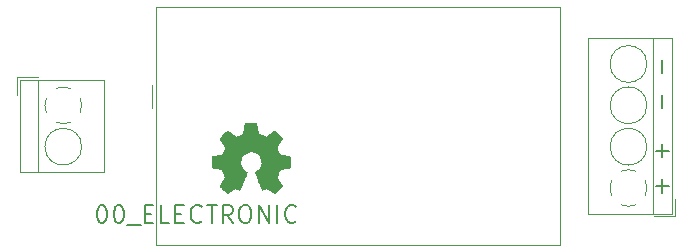
<source format=gbr>
G04 #@! TF.GenerationSoftware,KiCad,Pcbnew,5.1.5-52549c5~86~ubuntu18.04.1*
G04 #@! TF.CreationDate,2020-09-06T17:41:57-05:00*
G04 #@! TF.ProjectId,D00,4430302e-6b69-4636-9164-5f7063625858,rev?*
G04 #@! TF.SameCoordinates,Original*
G04 #@! TF.FileFunction,Legend,Top*
G04 #@! TF.FilePolarity,Positive*
%FSLAX46Y46*%
G04 Gerber Fmt 4.6, Leading zero omitted, Abs format (unit mm)*
G04 Created by KiCad (PCBNEW 5.1.5-52549c5~86~ubuntu18.04.1) date 2020-09-06 17:41:57*
%MOMM*%
%LPD*%
G04 APERTURE LIST*
%ADD10C,0.150000*%
%ADD11C,0.010000*%
%ADD12C,0.120000*%
G04 APERTURE END LIST*
D10*
X74960942Y-39628057D02*
X74960942Y-38485200D01*
X75532371Y-39056628D02*
X74389514Y-39056628D01*
X74960942Y-36628057D02*
X74960942Y-35485200D01*
X75532371Y-36056628D02*
X74389514Y-36056628D01*
X74960942Y-32485200D02*
X74960942Y-31342342D01*
X74960942Y-29485200D02*
X74960942Y-28342342D01*
X27437771Y-40682171D02*
X27580628Y-40682171D01*
X27723485Y-40753600D01*
X27794914Y-40825028D01*
X27866342Y-40967885D01*
X27937771Y-41253600D01*
X27937771Y-41610742D01*
X27866342Y-41896457D01*
X27794914Y-42039314D01*
X27723485Y-42110742D01*
X27580628Y-42182171D01*
X27437771Y-42182171D01*
X27294914Y-42110742D01*
X27223485Y-42039314D01*
X27152057Y-41896457D01*
X27080628Y-41610742D01*
X27080628Y-41253600D01*
X27152057Y-40967885D01*
X27223485Y-40825028D01*
X27294914Y-40753600D01*
X27437771Y-40682171D01*
X28866342Y-40682171D02*
X29009200Y-40682171D01*
X29152057Y-40753600D01*
X29223485Y-40825028D01*
X29294914Y-40967885D01*
X29366342Y-41253600D01*
X29366342Y-41610742D01*
X29294914Y-41896457D01*
X29223485Y-42039314D01*
X29152057Y-42110742D01*
X29009200Y-42182171D01*
X28866342Y-42182171D01*
X28723485Y-42110742D01*
X28652057Y-42039314D01*
X28580628Y-41896457D01*
X28509200Y-41610742D01*
X28509200Y-41253600D01*
X28580628Y-40967885D01*
X28652057Y-40825028D01*
X28723485Y-40753600D01*
X28866342Y-40682171D01*
X29652057Y-42325028D02*
X30794914Y-42325028D01*
X31152057Y-41396457D02*
X31652057Y-41396457D01*
X31866342Y-42182171D02*
X31152057Y-42182171D01*
X31152057Y-40682171D01*
X31866342Y-40682171D01*
X33223485Y-42182171D02*
X32509200Y-42182171D01*
X32509200Y-40682171D01*
X33723485Y-41396457D02*
X34223485Y-41396457D01*
X34437771Y-42182171D02*
X33723485Y-42182171D01*
X33723485Y-40682171D01*
X34437771Y-40682171D01*
X35937771Y-42039314D02*
X35866342Y-42110742D01*
X35652057Y-42182171D01*
X35509200Y-42182171D01*
X35294914Y-42110742D01*
X35152057Y-41967885D01*
X35080628Y-41825028D01*
X35009200Y-41539314D01*
X35009200Y-41325028D01*
X35080628Y-41039314D01*
X35152057Y-40896457D01*
X35294914Y-40753600D01*
X35509200Y-40682171D01*
X35652057Y-40682171D01*
X35866342Y-40753600D01*
X35937771Y-40825028D01*
X36366342Y-40682171D02*
X37223485Y-40682171D01*
X36794914Y-42182171D02*
X36794914Y-40682171D01*
X38580628Y-42182171D02*
X38080628Y-41467885D01*
X37723485Y-42182171D02*
X37723485Y-40682171D01*
X38294914Y-40682171D01*
X38437771Y-40753600D01*
X38509200Y-40825028D01*
X38580628Y-40967885D01*
X38580628Y-41182171D01*
X38509200Y-41325028D01*
X38437771Y-41396457D01*
X38294914Y-41467885D01*
X37723485Y-41467885D01*
X39509200Y-40682171D02*
X39794914Y-40682171D01*
X39937771Y-40753600D01*
X40080628Y-40896457D01*
X40152057Y-41182171D01*
X40152057Y-41682171D01*
X40080628Y-41967885D01*
X39937771Y-42110742D01*
X39794914Y-42182171D01*
X39509200Y-42182171D01*
X39366342Y-42110742D01*
X39223485Y-41967885D01*
X39152057Y-41682171D01*
X39152057Y-41182171D01*
X39223485Y-40896457D01*
X39366342Y-40753600D01*
X39509200Y-40682171D01*
X40794914Y-42182171D02*
X40794914Y-40682171D01*
X41652057Y-42182171D01*
X41652057Y-40682171D01*
X42366342Y-42182171D02*
X42366342Y-40682171D01*
X43937771Y-42039314D02*
X43866342Y-42110742D01*
X43652057Y-42182171D01*
X43509200Y-42182171D01*
X43294914Y-42110742D01*
X43152057Y-41967885D01*
X43080628Y-41825028D01*
X43009200Y-41539314D01*
X43009200Y-41325028D01*
X43080628Y-41039314D01*
X43152057Y-40896457D01*
X43294914Y-40753600D01*
X43509200Y-40682171D01*
X43652057Y-40682171D01*
X43866342Y-40753600D01*
X43937771Y-40825028D01*
D11*
G36*
X40662414Y-34171931D02*
G01*
X40746235Y-34616555D01*
X41055520Y-34744053D01*
X41364806Y-34871551D01*
X41735846Y-34619246D01*
X41839757Y-34548996D01*
X41933687Y-34486272D01*
X42013252Y-34433938D01*
X42074070Y-34394857D01*
X42111757Y-34371893D01*
X42122021Y-34366942D01*
X42140510Y-34379676D01*
X42180020Y-34414882D01*
X42236122Y-34468062D01*
X42304387Y-34534718D01*
X42380386Y-34610354D01*
X42459692Y-34690472D01*
X42537875Y-34770574D01*
X42610507Y-34846164D01*
X42673159Y-34912745D01*
X42721403Y-34965818D01*
X42750810Y-35000887D01*
X42757841Y-35012623D01*
X42747723Y-35034260D01*
X42719359Y-35081662D01*
X42675729Y-35150193D01*
X42619818Y-35235215D01*
X42554606Y-35332093D01*
X42516819Y-35387350D01*
X42447943Y-35488248D01*
X42386740Y-35579299D01*
X42336178Y-35655970D01*
X42299228Y-35713728D01*
X42278858Y-35748043D01*
X42275797Y-35755254D01*
X42282736Y-35775748D01*
X42301651Y-35823513D01*
X42329687Y-35891832D01*
X42363991Y-35973989D01*
X42401709Y-36063270D01*
X42439987Y-36152958D01*
X42475970Y-36236338D01*
X42506806Y-36306694D01*
X42529639Y-36357310D01*
X42541617Y-36381471D01*
X42542324Y-36382422D01*
X42561131Y-36387036D01*
X42611218Y-36397328D01*
X42687393Y-36412287D01*
X42784465Y-36430901D01*
X42897243Y-36452159D01*
X42963042Y-36464418D01*
X43083550Y-36487362D01*
X43192397Y-36509195D01*
X43284076Y-36528722D01*
X43353081Y-36544748D01*
X43393904Y-36556079D01*
X43402111Y-36559674D01*
X43410148Y-36584006D01*
X43416633Y-36638959D01*
X43421570Y-36718108D01*
X43424964Y-36815026D01*
X43426818Y-36923287D01*
X43427138Y-37036465D01*
X43425927Y-37148135D01*
X43423190Y-37251868D01*
X43418931Y-37341241D01*
X43413155Y-37409826D01*
X43405867Y-37451197D01*
X43401495Y-37459810D01*
X43375364Y-37470133D01*
X43319993Y-37484892D01*
X43242707Y-37502352D01*
X43150830Y-37520780D01*
X43118758Y-37526741D01*
X42964124Y-37555066D01*
X42841975Y-37577876D01*
X42748273Y-37596080D01*
X42678984Y-37610583D01*
X42630071Y-37622292D01*
X42597497Y-37632115D01*
X42577228Y-37640956D01*
X42565226Y-37649724D01*
X42563547Y-37651457D01*
X42546784Y-37679371D01*
X42521214Y-37733695D01*
X42489388Y-37807777D01*
X42453860Y-37894965D01*
X42417183Y-37988608D01*
X42381911Y-38082052D01*
X42350596Y-38168647D01*
X42325793Y-38241740D01*
X42310054Y-38294678D01*
X42305932Y-38320811D01*
X42306276Y-38321726D01*
X42320241Y-38343086D01*
X42351922Y-38390084D01*
X42397991Y-38457827D01*
X42455118Y-38541423D01*
X42519973Y-38635982D01*
X42538443Y-38662854D01*
X42604299Y-38760275D01*
X42662250Y-38849163D01*
X42709138Y-38924412D01*
X42741807Y-38980920D01*
X42757100Y-39013581D01*
X42757841Y-39017593D01*
X42744992Y-39038684D01*
X42709488Y-39080464D01*
X42655893Y-39138445D01*
X42588771Y-39208135D01*
X42512687Y-39285045D01*
X42432204Y-39364683D01*
X42351887Y-39442561D01*
X42276299Y-39514186D01*
X42210005Y-39575070D01*
X42157569Y-39620721D01*
X42123555Y-39646650D01*
X42114145Y-39650883D01*
X42092243Y-39640912D01*
X42047400Y-39614020D01*
X41986921Y-39574736D01*
X41940389Y-39543117D01*
X41856075Y-39485098D01*
X41756226Y-39416784D01*
X41656073Y-39348579D01*
X41602227Y-39312075D01*
X41419971Y-39188800D01*
X41266981Y-39271520D01*
X41197282Y-39307759D01*
X41138014Y-39335926D01*
X41097911Y-39351991D01*
X41087703Y-39354226D01*
X41075429Y-39337722D01*
X41051213Y-39291082D01*
X41016863Y-39218609D01*
X40974188Y-39124606D01*
X40924994Y-39013374D01*
X40871090Y-38889215D01*
X40814284Y-38756432D01*
X40756382Y-38619327D01*
X40699193Y-38482202D01*
X40644524Y-38349358D01*
X40594184Y-38225098D01*
X40549980Y-38113725D01*
X40513719Y-38019539D01*
X40487209Y-37946844D01*
X40472258Y-37899941D01*
X40469854Y-37883833D01*
X40488911Y-37863286D01*
X40530636Y-37829933D01*
X40586306Y-37790702D01*
X40590978Y-37787599D01*
X40734864Y-37672423D01*
X40850883Y-37538053D01*
X40938030Y-37388784D01*
X40995299Y-37228913D01*
X41021686Y-37062737D01*
X41016185Y-36894552D01*
X40977790Y-36728655D01*
X40905495Y-36569342D01*
X40884226Y-36534487D01*
X40773596Y-36393737D01*
X40642902Y-36280714D01*
X40496664Y-36196003D01*
X40339408Y-36140194D01*
X40175657Y-36113874D01*
X40009933Y-36117630D01*
X39846762Y-36152050D01*
X39690665Y-36217723D01*
X39546167Y-36315235D01*
X39501469Y-36354813D01*
X39387712Y-36478703D01*
X39304818Y-36609124D01*
X39247956Y-36755315D01*
X39216287Y-36900088D01*
X39208469Y-37062860D01*
X39234538Y-37226440D01*
X39291845Y-37385298D01*
X39377744Y-37533906D01*
X39489586Y-37666735D01*
X39624723Y-37778256D01*
X39642483Y-37790011D01*
X39698750Y-37828508D01*
X39741523Y-37861863D01*
X39761972Y-37883160D01*
X39762269Y-37883833D01*
X39757879Y-37906871D01*
X39740476Y-37959157D01*
X39711868Y-38036390D01*
X39673865Y-38134268D01*
X39628274Y-38248491D01*
X39576903Y-38374758D01*
X39521562Y-38508767D01*
X39464058Y-38646218D01*
X39406201Y-38782808D01*
X39349798Y-38914237D01*
X39296658Y-39036205D01*
X39248590Y-39144409D01*
X39207401Y-39234549D01*
X39174901Y-39302323D01*
X39152897Y-39343430D01*
X39144036Y-39354226D01*
X39116960Y-39345819D01*
X39066297Y-39323272D01*
X39000783Y-39290613D01*
X38964759Y-39271520D01*
X38811768Y-39188800D01*
X38629512Y-39312075D01*
X38536475Y-39375228D01*
X38434615Y-39444727D01*
X38339162Y-39510165D01*
X38291350Y-39543117D01*
X38224105Y-39588273D01*
X38167164Y-39624057D01*
X38127954Y-39645938D01*
X38115219Y-39650563D01*
X38096683Y-39638085D01*
X38055659Y-39603252D01*
X37996125Y-39549678D01*
X37922058Y-39480983D01*
X37837435Y-39400781D01*
X37783915Y-39349286D01*
X37690281Y-39257286D01*
X37609359Y-39174999D01*
X37544423Y-39105945D01*
X37498742Y-39053644D01*
X37475589Y-39021616D01*
X37473368Y-39015116D01*
X37483676Y-38990394D01*
X37512161Y-38940405D01*
X37555663Y-38870212D01*
X37611023Y-38784875D01*
X37675080Y-38689456D01*
X37693297Y-38662854D01*
X37759673Y-38566167D01*
X37819222Y-38479117D01*
X37868616Y-38406595D01*
X37904525Y-38353493D01*
X37923619Y-38324703D01*
X37925464Y-38321726D01*
X37922705Y-38298782D01*
X37908062Y-38248336D01*
X37884087Y-38177041D01*
X37853334Y-38091547D01*
X37818356Y-37998507D01*
X37781707Y-37904574D01*
X37745939Y-37816399D01*
X37713606Y-37740634D01*
X37687262Y-37683931D01*
X37669458Y-37652943D01*
X37668193Y-37651457D01*
X37657306Y-37642601D01*
X37638918Y-37633843D01*
X37608994Y-37624277D01*
X37563497Y-37612996D01*
X37498391Y-37599093D01*
X37409639Y-37581663D01*
X37293207Y-37559798D01*
X37145058Y-37532591D01*
X37112982Y-37526741D01*
X37017914Y-37508374D01*
X36935035Y-37490405D01*
X36871670Y-37474569D01*
X36835142Y-37462600D01*
X36830244Y-37459810D01*
X36822173Y-37435072D01*
X36815613Y-37379790D01*
X36810567Y-37300389D01*
X36807041Y-37203296D01*
X36805039Y-37094938D01*
X36804564Y-36981740D01*
X36805623Y-36870128D01*
X36808218Y-36766529D01*
X36812354Y-36677368D01*
X36818037Y-36609072D01*
X36825269Y-36568066D01*
X36829629Y-36559674D01*
X36853902Y-36551208D01*
X36909174Y-36537435D01*
X36989938Y-36519550D01*
X37090688Y-36498748D01*
X37205917Y-36476223D01*
X37268698Y-36464418D01*
X37387813Y-36442151D01*
X37494035Y-36421979D01*
X37582173Y-36404915D01*
X37647034Y-36391969D01*
X37683426Y-36384155D01*
X37689416Y-36382422D01*
X37699539Y-36362890D01*
X37720938Y-36315843D01*
X37750761Y-36248003D01*
X37786155Y-36166091D01*
X37824268Y-36076828D01*
X37862247Y-35986935D01*
X37897240Y-35903135D01*
X37926394Y-35832147D01*
X37946857Y-35780694D01*
X37955777Y-35755497D01*
X37955943Y-35754396D01*
X37945831Y-35734519D01*
X37917483Y-35688777D01*
X37873877Y-35621717D01*
X37817994Y-35537884D01*
X37752813Y-35441826D01*
X37714921Y-35386650D01*
X37645875Y-35285481D01*
X37584550Y-35193630D01*
X37533937Y-35115744D01*
X37497029Y-35056469D01*
X37476818Y-35020451D01*
X37473899Y-35012377D01*
X37486447Y-34993584D01*
X37521137Y-34953457D01*
X37573537Y-34896493D01*
X37639216Y-34827185D01*
X37713744Y-34750031D01*
X37792687Y-34669525D01*
X37871617Y-34590163D01*
X37946100Y-34516440D01*
X38011706Y-34452852D01*
X38064004Y-34403894D01*
X38098561Y-34374061D01*
X38110122Y-34366942D01*
X38128946Y-34376953D01*
X38173969Y-34405078D01*
X38240813Y-34448454D01*
X38325101Y-34504218D01*
X38422456Y-34569506D01*
X38495893Y-34619246D01*
X38866933Y-34871551D01*
X39485505Y-34616555D01*
X39569325Y-34171931D01*
X39653146Y-33727307D01*
X40578594Y-33727307D01*
X40662414Y-34171931D01*
G37*
X40662414Y-34171931D02*
X40746235Y-34616555D01*
X41055520Y-34744053D01*
X41364806Y-34871551D01*
X41735846Y-34619246D01*
X41839757Y-34548996D01*
X41933687Y-34486272D01*
X42013252Y-34433938D01*
X42074070Y-34394857D01*
X42111757Y-34371893D01*
X42122021Y-34366942D01*
X42140510Y-34379676D01*
X42180020Y-34414882D01*
X42236122Y-34468062D01*
X42304387Y-34534718D01*
X42380386Y-34610354D01*
X42459692Y-34690472D01*
X42537875Y-34770574D01*
X42610507Y-34846164D01*
X42673159Y-34912745D01*
X42721403Y-34965818D01*
X42750810Y-35000887D01*
X42757841Y-35012623D01*
X42747723Y-35034260D01*
X42719359Y-35081662D01*
X42675729Y-35150193D01*
X42619818Y-35235215D01*
X42554606Y-35332093D01*
X42516819Y-35387350D01*
X42447943Y-35488248D01*
X42386740Y-35579299D01*
X42336178Y-35655970D01*
X42299228Y-35713728D01*
X42278858Y-35748043D01*
X42275797Y-35755254D01*
X42282736Y-35775748D01*
X42301651Y-35823513D01*
X42329687Y-35891832D01*
X42363991Y-35973989D01*
X42401709Y-36063270D01*
X42439987Y-36152958D01*
X42475970Y-36236338D01*
X42506806Y-36306694D01*
X42529639Y-36357310D01*
X42541617Y-36381471D01*
X42542324Y-36382422D01*
X42561131Y-36387036D01*
X42611218Y-36397328D01*
X42687393Y-36412287D01*
X42784465Y-36430901D01*
X42897243Y-36452159D01*
X42963042Y-36464418D01*
X43083550Y-36487362D01*
X43192397Y-36509195D01*
X43284076Y-36528722D01*
X43353081Y-36544748D01*
X43393904Y-36556079D01*
X43402111Y-36559674D01*
X43410148Y-36584006D01*
X43416633Y-36638959D01*
X43421570Y-36718108D01*
X43424964Y-36815026D01*
X43426818Y-36923287D01*
X43427138Y-37036465D01*
X43425927Y-37148135D01*
X43423190Y-37251868D01*
X43418931Y-37341241D01*
X43413155Y-37409826D01*
X43405867Y-37451197D01*
X43401495Y-37459810D01*
X43375364Y-37470133D01*
X43319993Y-37484892D01*
X43242707Y-37502352D01*
X43150830Y-37520780D01*
X43118758Y-37526741D01*
X42964124Y-37555066D01*
X42841975Y-37577876D01*
X42748273Y-37596080D01*
X42678984Y-37610583D01*
X42630071Y-37622292D01*
X42597497Y-37632115D01*
X42577228Y-37640956D01*
X42565226Y-37649724D01*
X42563547Y-37651457D01*
X42546784Y-37679371D01*
X42521214Y-37733695D01*
X42489388Y-37807777D01*
X42453860Y-37894965D01*
X42417183Y-37988608D01*
X42381911Y-38082052D01*
X42350596Y-38168647D01*
X42325793Y-38241740D01*
X42310054Y-38294678D01*
X42305932Y-38320811D01*
X42306276Y-38321726D01*
X42320241Y-38343086D01*
X42351922Y-38390084D01*
X42397991Y-38457827D01*
X42455118Y-38541423D01*
X42519973Y-38635982D01*
X42538443Y-38662854D01*
X42604299Y-38760275D01*
X42662250Y-38849163D01*
X42709138Y-38924412D01*
X42741807Y-38980920D01*
X42757100Y-39013581D01*
X42757841Y-39017593D01*
X42744992Y-39038684D01*
X42709488Y-39080464D01*
X42655893Y-39138445D01*
X42588771Y-39208135D01*
X42512687Y-39285045D01*
X42432204Y-39364683D01*
X42351887Y-39442561D01*
X42276299Y-39514186D01*
X42210005Y-39575070D01*
X42157569Y-39620721D01*
X42123555Y-39646650D01*
X42114145Y-39650883D01*
X42092243Y-39640912D01*
X42047400Y-39614020D01*
X41986921Y-39574736D01*
X41940389Y-39543117D01*
X41856075Y-39485098D01*
X41756226Y-39416784D01*
X41656073Y-39348579D01*
X41602227Y-39312075D01*
X41419971Y-39188800D01*
X41266981Y-39271520D01*
X41197282Y-39307759D01*
X41138014Y-39335926D01*
X41097911Y-39351991D01*
X41087703Y-39354226D01*
X41075429Y-39337722D01*
X41051213Y-39291082D01*
X41016863Y-39218609D01*
X40974188Y-39124606D01*
X40924994Y-39013374D01*
X40871090Y-38889215D01*
X40814284Y-38756432D01*
X40756382Y-38619327D01*
X40699193Y-38482202D01*
X40644524Y-38349358D01*
X40594184Y-38225098D01*
X40549980Y-38113725D01*
X40513719Y-38019539D01*
X40487209Y-37946844D01*
X40472258Y-37899941D01*
X40469854Y-37883833D01*
X40488911Y-37863286D01*
X40530636Y-37829933D01*
X40586306Y-37790702D01*
X40590978Y-37787599D01*
X40734864Y-37672423D01*
X40850883Y-37538053D01*
X40938030Y-37388784D01*
X40995299Y-37228913D01*
X41021686Y-37062737D01*
X41016185Y-36894552D01*
X40977790Y-36728655D01*
X40905495Y-36569342D01*
X40884226Y-36534487D01*
X40773596Y-36393737D01*
X40642902Y-36280714D01*
X40496664Y-36196003D01*
X40339408Y-36140194D01*
X40175657Y-36113874D01*
X40009933Y-36117630D01*
X39846762Y-36152050D01*
X39690665Y-36217723D01*
X39546167Y-36315235D01*
X39501469Y-36354813D01*
X39387712Y-36478703D01*
X39304818Y-36609124D01*
X39247956Y-36755315D01*
X39216287Y-36900088D01*
X39208469Y-37062860D01*
X39234538Y-37226440D01*
X39291845Y-37385298D01*
X39377744Y-37533906D01*
X39489586Y-37666735D01*
X39624723Y-37778256D01*
X39642483Y-37790011D01*
X39698750Y-37828508D01*
X39741523Y-37861863D01*
X39761972Y-37883160D01*
X39762269Y-37883833D01*
X39757879Y-37906871D01*
X39740476Y-37959157D01*
X39711868Y-38036390D01*
X39673865Y-38134268D01*
X39628274Y-38248491D01*
X39576903Y-38374758D01*
X39521562Y-38508767D01*
X39464058Y-38646218D01*
X39406201Y-38782808D01*
X39349798Y-38914237D01*
X39296658Y-39036205D01*
X39248590Y-39144409D01*
X39207401Y-39234549D01*
X39174901Y-39302323D01*
X39152897Y-39343430D01*
X39144036Y-39354226D01*
X39116960Y-39345819D01*
X39066297Y-39323272D01*
X39000783Y-39290613D01*
X38964759Y-39271520D01*
X38811768Y-39188800D01*
X38629512Y-39312075D01*
X38536475Y-39375228D01*
X38434615Y-39444727D01*
X38339162Y-39510165D01*
X38291350Y-39543117D01*
X38224105Y-39588273D01*
X38167164Y-39624057D01*
X38127954Y-39645938D01*
X38115219Y-39650563D01*
X38096683Y-39638085D01*
X38055659Y-39603252D01*
X37996125Y-39549678D01*
X37922058Y-39480983D01*
X37837435Y-39400781D01*
X37783915Y-39349286D01*
X37690281Y-39257286D01*
X37609359Y-39174999D01*
X37544423Y-39105945D01*
X37498742Y-39053644D01*
X37475589Y-39021616D01*
X37473368Y-39015116D01*
X37483676Y-38990394D01*
X37512161Y-38940405D01*
X37555663Y-38870212D01*
X37611023Y-38784875D01*
X37675080Y-38689456D01*
X37693297Y-38662854D01*
X37759673Y-38566167D01*
X37819222Y-38479117D01*
X37868616Y-38406595D01*
X37904525Y-38353493D01*
X37923619Y-38324703D01*
X37925464Y-38321726D01*
X37922705Y-38298782D01*
X37908062Y-38248336D01*
X37884087Y-38177041D01*
X37853334Y-38091547D01*
X37818356Y-37998507D01*
X37781707Y-37904574D01*
X37745939Y-37816399D01*
X37713606Y-37740634D01*
X37687262Y-37683931D01*
X37669458Y-37652943D01*
X37668193Y-37651457D01*
X37657306Y-37642601D01*
X37638918Y-37633843D01*
X37608994Y-37624277D01*
X37563497Y-37612996D01*
X37498391Y-37599093D01*
X37409639Y-37581663D01*
X37293207Y-37559798D01*
X37145058Y-37532591D01*
X37112982Y-37526741D01*
X37017914Y-37508374D01*
X36935035Y-37490405D01*
X36871670Y-37474569D01*
X36835142Y-37462600D01*
X36830244Y-37459810D01*
X36822173Y-37435072D01*
X36815613Y-37379790D01*
X36810567Y-37300389D01*
X36807041Y-37203296D01*
X36805039Y-37094938D01*
X36804564Y-36981740D01*
X36805623Y-36870128D01*
X36808218Y-36766529D01*
X36812354Y-36677368D01*
X36818037Y-36609072D01*
X36825269Y-36568066D01*
X36829629Y-36559674D01*
X36853902Y-36551208D01*
X36909174Y-36537435D01*
X36989938Y-36519550D01*
X37090688Y-36498748D01*
X37205917Y-36476223D01*
X37268698Y-36464418D01*
X37387813Y-36442151D01*
X37494035Y-36421979D01*
X37582173Y-36404915D01*
X37647034Y-36391969D01*
X37683426Y-36384155D01*
X37689416Y-36382422D01*
X37699539Y-36362890D01*
X37720938Y-36315843D01*
X37750761Y-36248003D01*
X37786155Y-36166091D01*
X37824268Y-36076828D01*
X37862247Y-35986935D01*
X37897240Y-35903135D01*
X37926394Y-35832147D01*
X37946857Y-35780694D01*
X37955777Y-35755497D01*
X37955943Y-35754396D01*
X37945831Y-35734519D01*
X37917483Y-35688777D01*
X37873877Y-35621717D01*
X37817994Y-35537884D01*
X37752813Y-35441826D01*
X37714921Y-35386650D01*
X37645875Y-35285481D01*
X37584550Y-35193630D01*
X37533937Y-35115744D01*
X37497029Y-35056469D01*
X37476818Y-35020451D01*
X37473899Y-35012377D01*
X37486447Y-34993584D01*
X37521137Y-34953457D01*
X37573537Y-34896493D01*
X37639216Y-34827185D01*
X37713744Y-34750031D01*
X37792687Y-34669525D01*
X37871617Y-34590163D01*
X37946100Y-34516440D01*
X38011706Y-34452852D01*
X38064004Y-34403894D01*
X38098561Y-34374061D01*
X38110122Y-34366942D01*
X38128946Y-34376953D01*
X38173969Y-34405078D01*
X38240813Y-34448454D01*
X38325101Y-34504218D01*
X38422456Y-34569506D01*
X38495893Y-34619246D01*
X38866933Y-34871551D01*
X39485505Y-34616555D01*
X39569325Y-34171931D01*
X39653146Y-33727307D01*
X40578594Y-33727307D01*
X40662414Y-34171931D01*
D12*
X75985200Y-41620000D02*
X75985200Y-40120000D01*
X74245200Y-41620000D02*
X75985200Y-41620000D01*
X68625200Y-26560000D02*
X75745200Y-26560000D01*
X68625200Y-41380000D02*
X75745200Y-41380000D01*
X75745200Y-41380000D02*
X75745200Y-26560000D01*
X68625200Y-41380000D02*
X68625200Y-26560000D01*
X74185200Y-41380000D02*
X74185200Y-26560000D01*
X73640200Y-28720000D02*
G75*
G03X73640200Y-28720000I-1555000J0D01*
G01*
X73640200Y-32220000D02*
G75*
G03X73640200Y-32220000I-1555000J0D01*
G01*
X73640200Y-35720000D02*
G75*
G03X73640200Y-35720000I-1555000J0D01*
G01*
X73640692Y-39192989D02*
G75*
G02X73517200Y-39828000I-1555492J-27011D01*
G01*
X72692942Y-40652109D02*
G75*
G02X71477200Y-40652000I-607742J1432109D01*
G01*
X70653091Y-39827742D02*
G75*
G02X70653200Y-38612000I1432109J607742D01*
G01*
X71477458Y-37787891D02*
G75*
G02X72693200Y-37788000I607742J-1432109D01*
G01*
X73516585Y-38612413D02*
G75*
G02X73640200Y-39220000I-1431385J-607587D01*
G01*
X20331600Y-29820000D02*
X20331600Y-31320000D01*
X22071600Y-29820000D02*
X20331600Y-29820000D01*
X27691600Y-37880000D02*
X20571600Y-37880000D01*
X27691600Y-30060000D02*
X20571600Y-30060000D01*
X20571600Y-30060000D02*
X20571600Y-37880000D01*
X27691600Y-30060000D02*
X27691600Y-37880000D01*
X22131600Y-30060000D02*
X22131600Y-37880000D01*
X25786600Y-35720000D02*
G75*
G03X25786600Y-35720000I-1555000J0D01*
G01*
X22676108Y-32247011D02*
G75*
G02X22799600Y-31612000I1555492J27011D01*
G01*
X23623858Y-30787891D02*
G75*
G02X24839600Y-30788000I607742J-1432109D01*
G01*
X25663709Y-31612258D02*
G75*
G02X25663600Y-32828000I-1432109J-607742D01*
G01*
X24839342Y-33652109D02*
G75*
G02X23623600Y-33652000I-607742J1432109D01*
G01*
X22800215Y-32827587D02*
G75*
G02X22676600Y-32220000I1431385J607587D01*
G01*
X31720000Y-30470000D02*
X31720000Y-32480000D01*
X66310000Y-23870000D02*
X32110000Y-23870000D01*
X66310000Y-44070000D02*
X66310000Y-23870000D01*
X32110000Y-44070000D02*
X66310000Y-44070000D01*
X32110000Y-23870000D02*
X32110000Y-44070000D01*
M02*

</source>
